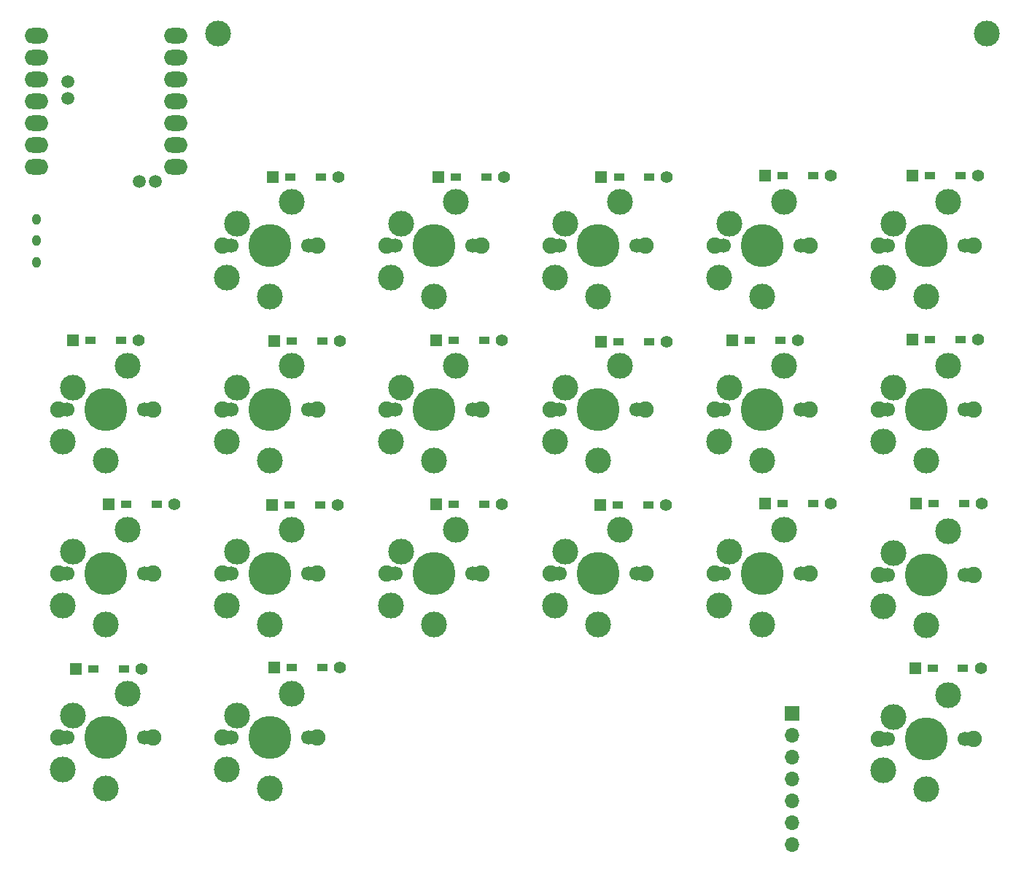
<source format=gbr>
%TF.GenerationSoftware,KiCad,Pcbnew,8.0.7*%
%TF.CreationDate,2025-02-26T14:12:20+09:00*%
%TF.ProjectId,cool642tb_R,636f6f6c-3634-4327-9462-5f522e6b6963,rev?*%
%TF.SameCoordinates,Original*%
%TF.FileFunction,Soldermask,Top*%
%TF.FilePolarity,Negative*%
%FSLAX46Y46*%
G04 Gerber Fmt 4.6, Leading zero omitted, Abs format (unit mm)*
G04 Created by KiCad (PCBNEW 8.0.7) date 2025-02-26 14:12:20*
%MOMM*%
%LPD*%
G01*
G04 APERTURE LIST*
%ADD10R,1.397000X1.397000*%
%ADD11R,1.300000X0.950000*%
%ADD12C,1.397000*%
%ADD13C,1.900000*%
%ADD14C,1.700000*%
%ADD15C,3.000000*%
%ADD16C,5.000000*%
%ADD17O,1.000000X1.300000*%
%ADD18O,2.750000X1.800000*%
%ADD19C,1.500000*%
%ADD20R,1.700000X1.700000*%
%ADD21O,1.700000X1.700000*%
G04 APERTURE END LIST*
D10*
%TO.C,D7*%
X19340000Y-30010000D03*
D11*
X21375000Y-30010000D03*
X24925000Y-30010000D03*
D12*
X26960000Y-30010000D03*
%TD*%
D10*
%TO.C,D11*%
X38370000Y-30100000D03*
D11*
X40405000Y-30100000D03*
X43955000Y-30100000D03*
D12*
X45990000Y-30100000D03*
%TD*%
D13*
%TO.C,SW1*%
X-5500000Y0D03*
D14*
X-5080000Y0D03*
D15*
X-5000000Y-3700000D03*
D14*
X-4500000Y0D03*
D15*
X-3810000Y2540000D03*
D16*
X0Y0D03*
D15*
X0Y-5900000D03*
X2540000Y5080000D03*
D14*
X4500000Y0D03*
X5080000Y0D03*
D13*
X5500000Y0D03*
%TD*%
D10*
%TO.C,D20*%
X74900000Y-49060000D03*
D11*
X76935000Y-49060000D03*
X80485000Y-49060000D03*
D12*
X82520000Y-49060000D03*
%TD*%
D13*
%TO.C,SW8*%
X-24550000Y-38100000D03*
D14*
X-24130000Y-38100000D03*
D15*
X-24050000Y-41800000D03*
D14*
X-23550000Y-38100000D03*
D15*
X-22860000Y-35560000D03*
D16*
X-19050000Y-38100000D03*
D15*
X-19050000Y-44000000D03*
X-16510000Y-33020000D03*
D14*
X-14550000Y-38100000D03*
X-13970000Y-38100000D03*
D13*
X-13550000Y-38100000D03*
%TD*%
D10*
%TO.C,D13*%
X57500000Y8140000D03*
D11*
X59535000Y8140000D03*
X63085000Y8140000D03*
D12*
X65120000Y8140000D03*
%TD*%
D13*
%TO.C,SW15*%
X51650000Y-38100000D03*
D14*
X52070000Y-38100000D03*
D15*
X52150000Y-41800000D03*
D14*
X52650000Y-38100000D03*
D15*
X53340000Y-35560000D03*
D16*
X57150000Y-38100000D03*
D15*
X57150000Y-44000000D03*
X59690000Y-33020000D03*
D14*
X61650000Y-38100000D03*
X62230000Y-38100000D03*
D13*
X62650000Y-38100000D03*
%TD*%
%TO.C,SW16*%
X-5500000Y-57150000D03*
D14*
X-5080000Y-57150000D03*
D15*
X-5000000Y-60850000D03*
D14*
X-4500000Y-57150000D03*
D15*
X-3810000Y-54610000D03*
D16*
X0Y-57150000D03*
D15*
X0Y-63050000D03*
X2540000Y-52070000D03*
D14*
X4500000Y-57150000D03*
X5080000Y-57150000D03*
D13*
X5500000Y-57150000D03*
%TD*%
D17*
%TO.C,SW21*%
X-27100000Y-1890000D03*
X-27100000Y610000D03*
X-27100000Y3110000D03*
%TD*%
D13*
%TO.C,SW13*%
X51650000Y0D03*
D14*
X52070000Y0D03*
D15*
X52150000Y-3700000D03*
D14*
X52650000Y0D03*
D15*
X53340000Y2540000D03*
D16*
X57150000Y0D03*
D15*
X57150000Y-5900000D03*
X59690000Y5080000D03*
D14*
X61650000Y0D03*
X62230000Y0D03*
D13*
X62650000Y0D03*
%TD*%
D10*
%TO.C,D15*%
X57500000Y-29950000D03*
D11*
X59535000Y-29950000D03*
X63085000Y-29950000D03*
D12*
X65120000Y-29950000D03*
%TD*%
D10*
%TO.C,D1*%
X350000Y8000000D03*
D11*
X2385000Y8000000D03*
X5935000Y8000000D03*
D12*
X7970000Y8000000D03*
%TD*%
D10*
%TO.C,D9*%
X38490000Y8000000D03*
D11*
X40525000Y8000000D03*
X44075000Y8000000D03*
D12*
X46110000Y8000000D03*
%TD*%
D10*
%TO.C,D17*%
X74630000Y8180000D03*
D11*
X76665000Y8180000D03*
X80215000Y8180000D03*
D12*
X82250000Y8180000D03*
%TD*%
D10*
%TO.C,D4*%
X-22850000Y-10950000D03*
D11*
X-20815000Y-10950000D03*
X-17265000Y-10950000D03*
D12*
X-15230000Y-10950000D03*
%TD*%
D10*
%TO.C,D16*%
X520000Y-48970000D03*
D11*
X2555000Y-48970000D03*
X6105000Y-48970000D03*
D12*
X8140000Y-48970000D03*
%TD*%
D13*
%TO.C,SW17*%
X70700000Y0D03*
D14*
X71120000Y0D03*
D15*
X71200000Y-3700000D03*
D14*
X71700000Y0D03*
D15*
X72390000Y2540000D03*
D16*
X76200000Y0D03*
D15*
X76200000Y-5900000D03*
X78740000Y5080000D03*
D14*
X80700000Y0D03*
X81280000Y0D03*
D13*
X81700000Y0D03*
%TD*%
D10*
%TO.C,D3*%
X295000Y-30130000D03*
D11*
X2330000Y-30130000D03*
X5880000Y-30130000D03*
D12*
X7915000Y-30130000D03*
%TD*%
D10*
%TO.C,D19*%
X75045000Y-29940000D03*
D11*
X77080000Y-29940000D03*
X80630000Y-29940000D03*
D12*
X82665000Y-29940000D03*
%TD*%
D13*
%TO.C,SW11*%
X32600000Y-38100000D03*
D14*
X33020000Y-38100000D03*
D15*
X33100000Y-41800000D03*
D14*
X33600000Y-38100000D03*
D15*
X34290000Y-35560000D03*
D16*
X38100000Y-38100000D03*
D15*
X38100000Y-44000000D03*
X40640000Y-33020000D03*
D14*
X42600000Y-38100000D03*
X43180000Y-38100000D03*
D13*
X43600000Y-38100000D03*
%TD*%
%TO.C,SW12*%
X-24550000Y-57150000D03*
D14*
X-24130000Y-57150000D03*
D15*
X-24050000Y-60850000D03*
D14*
X-23550000Y-57150000D03*
D15*
X-22860000Y-54610000D03*
D16*
X-19050000Y-57150000D03*
D15*
X-19050000Y-63050000D03*
X-16510000Y-52070000D03*
D14*
X-14550000Y-57150000D03*
X-13970000Y-57150000D03*
D13*
X-13550000Y-57150000D03*
%TD*%
%TO.C,SW19*%
X70700000Y-38200000D03*
D14*
X71120000Y-38200000D03*
D15*
X71200000Y-41900000D03*
D14*
X71700000Y-38200000D03*
D15*
X72390000Y-35660000D03*
D16*
X76200000Y-38200000D03*
D15*
X76200000Y-44100000D03*
X78740000Y-33120000D03*
D14*
X80700000Y-38200000D03*
X81280000Y-38200000D03*
D13*
X81700000Y-38200000D03*
%TD*%
%TO.C,SW20*%
X70700000Y-57250000D03*
D14*
X71120000Y-57250000D03*
D15*
X71200000Y-60950000D03*
D14*
X71700000Y-57250000D03*
D15*
X72390000Y-54710000D03*
D16*
X76200000Y-57250000D03*
D15*
X76200000Y-63150000D03*
X78740000Y-52170000D03*
D14*
X80700000Y-57250000D03*
X81280000Y-57250000D03*
D13*
X81700000Y-57250000D03*
%TD*%
%TO.C,SW3*%
X-5500000Y-38100000D03*
D14*
X-5080000Y-38100000D03*
D15*
X-5000000Y-41800000D03*
D14*
X-4500000Y-38100000D03*
D15*
X-3810000Y-35560000D03*
D16*
X0Y-38100000D03*
D15*
X0Y-44000000D03*
X2540000Y-33020000D03*
D14*
X4500000Y-38100000D03*
X5080000Y-38100000D03*
D13*
X5500000Y-38100000D03*
%TD*%
D10*
%TO.C,D10*%
X38430000Y-11150000D03*
D11*
X40465000Y-11150000D03*
X44015000Y-11150000D03*
D12*
X46050000Y-11150000D03*
%TD*%
D13*
%TO.C,SW7*%
X13550000Y-38100000D03*
D14*
X13970000Y-38100000D03*
D15*
X14050000Y-41800000D03*
D14*
X14550000Y-38100000D03*
D15*
X15240000Y-35560000D03*
D16*
X19050000Y-38100000D03*
D15*
X19050000Y-44000000D03*
X21590000Y-33020000D03*
D14*
X23550000Y-38100000D03*
X24130000Y-38100000D03*
D13*
X24550000Y-38100000D03*
%TD*%
%TO.C,SW10*%
X32600000Y-19050000D03*
D14*
X33020000Y-19050000D03*
D15*
X33100000Y-22750000D03*
D14*
X33600000Y-19050000D03*
D15*
X34290000Y-16510000D03*
D16*
X38100000Y-19050000D03*
D15*
X38100000Y-24950000D03*
X40640000Y-13970000D03*
D14*
X42600000Y-19050000D03*
X43180000Y-19050000D03*
D13*
X43600000Y-19050000D03*
%TD*%
D18*
%TO.C,U1*%
X-27110000Y24450000D03*
X-27110000Y21910000D03*
X-27110000Y19370000D03*
X-27110000Y16830000D03*
X-27110000Y14290000D03*
X-27110000Y11750000D03*
X-27110000Y9210000D03*
X-10870000Y9210000D03*
X-10870000Y11750000D03*
X-10870000Y14290000D03*
X-10870000Y16830000D03*
X-10870000Y19370000D03*
X-10870000Y21910000D03*
X-10870000Y24450000D03*
D19*
X-15154600Y7518000D03*
X-13275000Y7518000D03*
X-23435000Y17147000D03*
X-23435000Y19052000D03*
%TD*%
D10*
%TO.C,D2*%
X500000Y-11080000D03*
D11*
X2535000Y-11080000D03*
X6085000Y-11080000D03*
D12*
X8120000Y-11080000D03*
%TD*%
D20*
%TO.C,J1*%
X60590000Y-54350000D03*
D21*
X60590000Y-56890000D03*
X60590000Y-59430000D03*
X60590000Y-61970000D03*
X60590000Y-64510000D03*
X60590000Y-67050000D03*
X60590000Y-69590000D03*
%TD*%
D10*
%TO.C,D6*%
X19340000Y-10980000D03*
D11*
X21375000Y-10980000D03*
X24925000Y-10980000D03*
D12*
X26960000Y-10980000D03*
%TD*%
D13*
%TO.C,SW5*%
X13550000Y0D03*
D14*
X13970000Y0D03*
D15*
X14050000Y-3700000D03*
D14*
X14550000Y0D03*
D15*
X15240000Y2540000D03*
D16*
X19050000Y0D03*
D15*
X19050000Y-5900000D03*
X21590000Y5080000D03*
D14*
X23550000Y0D03*
X24130000Y0D03*
D13*
X24550000Y0D03*
%TD*%
%TO.C,SW6*%
X13550000Y-19050000D03*
D14*
X13970000Y-19050000D03*
D15*
X14050000Y-22750000D03*
D14*
X14550000Y-19050000D03*
D15*
X15240000Y-16510000D03*
D16*
X19050000Y-19050000D03*
D15*
X19050000Y-24950000D03*
X21590000Y-13970000D03*
D14*
X23550000Y-19050000D03*
X24130000Y-19050000D03*
D13*
X24550000Y-19050000D03*
%TD*%
%TO.C,SW9*%
X32600000Y0D03*
D14*
X33020000Y0D03*
D15*
X33100000Y-3700000D03*
D14*
X33600000Y0D03*
D15*
X34290000Y2540000D03*
D16*
X38100000Y0D03*
D15*
X38100000Y-5900000D03*
X40640000Y5080000D03*
D14*
X42600000Y0D03*
X43180000Y0D03*
D13*
X43600000Y0D03*
%TD*%
%TO.C,SW4*%
X-24550000Y-19050000D03*
D14*
X-24130000Y-19050000D03*
D15*
X-24050000Y-22750000D03*
D14*
X-23550000Y-19050000D03*
D15*
X-22860000Y-16510000D03*
D16*
X-19050000Y-19050000D03*
D15*
X-19050000Y-24950000D03*
X-16510000Y-13970000D03*
D14*
X-14550000Y-19050000D03*
X-13970000Y-19050000D03*
D13*
X-13550000Y-19050000D03*
%TD*%
D10*
%TO.C,D8*%
X-18680000Y-29980000D03*
D11*
X-16645000Y-29980000D03*
X-13095000Y-29980000D03*
D12*
X-11060000Y-29980000D03*
%TD*%
D15*
%TO.C,BT1*%
X-6020000Y24670000D03*
X83250000Y24710000D03*
%TD*%
D10*
%TO.C,D14*%
X53680000Y-10930000D03*
D11*
X55715000Y-10930000D03*
X59265000Y-10930000D03*
D12*
X61300000Y-10930000D03*
%TD*%
D10*
%TO.C,D12*%
X-22500000Y-49140000D03*
D11*
X-20465000Y-49140000D03*
X-16915000Y-49140000D03*
D12*
X-14880000Y-49140000D03*
%TD*%
D10*
%TO.C,D5*%
X19600000Y8040000D03*
D11*
X21635000Y8040000D03*
X25185000Y8040000D03*
D12*
X27220000Y8040000D03*
%TD*%
D13*
%TO.C,SW2*%
X-5500000Y-19050000D03*
D14*
X-5080000Y-19050000D03*
D15*
X-5000000Y-22750000D03*
D14*
X-4500000Y-19050000D03*
D15*
X-3810000Y-16510000D03*
D16*
X0Y-19050000D03*
D15*
X0Y-24950000D03*
X2540000Y-13970000D03*
D14*
X4500000Y-19050000D03*
X5080000Y-19050000D03*
D13*
X5500000Y-19050000D03*
%TD*%
%TO.C,SW18*%
X70700000Y-19050000D03*
D14*
X71120000Y-19050000D03*
D15*
X71200000Y-22750000D03*
D14*
X71700000Y-19050000D03*
D15*
X72390000Y-16510000D03*
D16*
X76200000Y-19050000D03*
D15*
X76200000Y-24950000D03*
X78740000Y-13970000D03*
D14*
X80700000Y-19050000D03*
X81280000Y-19050000D03*
D13*
X81700000Y-19050000D03*
%TD*%
%TO.C,SW14*%
X51650000Y-19050000D03*
D14*
X52070000Y-19050000D03*
D15*
X52150000Y-22750000D03*
D14*
X52650000Y-19050000D03*
D15*
X53340000Y-16510000D03*
D16*
X57150000Y-19050000D03*
D15*
X57150000Y-24950000D03*
X59690000Y-13970000D03*
D14*
X61650000Y-19050000D03*
X62230000Y-19050000D03*
D13*
X62650000Y-19050000D03*
%TD*%
D10*
%TO.C,D18*%
X74600000Y-10860000D03*
D11*
X76635000Y-10860000D03*
X80185000Y-10860000D03*
D12*
X82220000Y-10860000D03*
%TD*%
M02*

</source>
